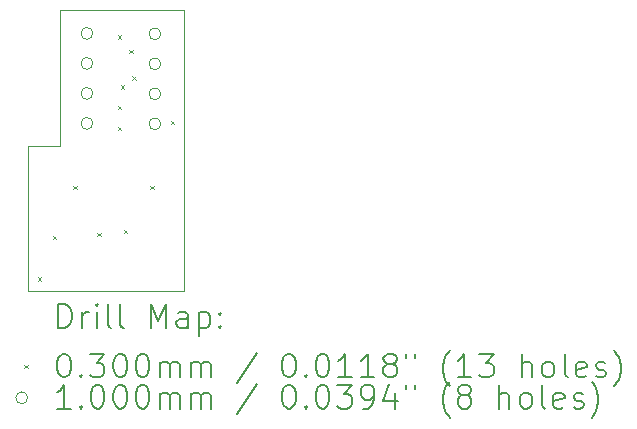
<source format=gbr>
%TF.GenerationSoftware,KiCad,Pcbnew,7.0.11*%
%TF.CreationDate,2025-12-11T10:01:51-05:00*%
%TF.ProjectId,clock_hbridge_fix,636c6f63-6b5f-4686-9272-696467655f66,rev?*%
%TF.SameCoordinates,Original*%
%TF.FileFunction,Drillmap*%
%TF.FilePolarity,Positive*%
%FSLAX45Y45*%
G04 Gerber Fmt 4.5, Leading zero omitted, Abs format (unit mm)*
G04 Created by KiCad (PCBNEW 7.0.11) date 2025-12-11 10:01:51*
%MOMM*%
%LPD*%
G01*
G04 APERTURE LIST*
%ADD10C,0.050000*%
%ADD11C,0.200000*%
%ADD12C,0.100000*%
G04 APERTURE END LIST*
D10*
X3025000Y-1650000D02*
X1975000Y-1650000D01*
X3025000Y-4025000D02*
X3025000Y-1650000D01*
X1700000Y-4025000D02*
X3025000Y-4025000D01*
X1700000Y-2800000D02*
X1700000Y-4025000D01*
X1975000Y-2800000D02*
X1700000Y-2800000D01*
X1975000Y-1650000D02*
X1975000Y-2800000D01*
D11*
D12*
X1785000Y-3910000D02*
X1815000Y-3940000D01*
X1815000Y-3910000D02*
X1785000Y-3940000D01*
X1910000Y-3560000D02*
X1940000Y-3590000D01*
X1940000Y-3560000D02*
X1910000Y-3590000D01*
X2085000Y-3135000D02*
X2115000Y-3165000D01*
X2115000Y-3135000D02*
X2085000Y-3165000D01*
X2285000Y-3535000D02*
X2315000Y-3565000D01*
X2315000Y-3535000D02*
X2285000Y-3565000D01*
X2460000Y-1860000D02*
X2490000Y-1890000D01*
X2490000Y-1860000D02*
X2460000Y-1890000D01*
X2460000Y-2460000D02*
X2490000Y-2490000D01*
X2490000Y-2460000D02*
X2460000Y-2490000D01*
X2460000Y-2635000D02*
X2490000Y-2665000D01*
X2490000Y-2635000D02*
X2460000Y-2665000D01*
X2485000Y-2285000D02*
X2515000Y-2315000D01*
X2515000Y-2285000D02*
X2485000Y-2315000D01*
X2510000Y-3510000D02*
X2540000Y-3540000D01*
X2540000Y-3510000D02*
X2510000Y-3540000D01*
X2560000Y-1985000D02*
X2590000Y-2015000D01*
X2590000Y-1985000D02*
X2560000Y-2015000D01*
X2585000Y-2210000D02*
X2615000Y-2240000D01*
X2615000Y-2210000D02*
X2585000Y-2240000D01*
X2735000Y-3135000D02*
X2765000Y-3165000D01*
X2765000Y-3135000D02*
X2735000Y-3165000D01*
X2910000Y-2585000D02*
X2940000Y-2615000D01*
X2940000Y-2585000D02*
X2910000Y-2615000D01*
X2250000Y-1846000D02*
G75*
G03*
X2150000Y-1846000I-50000J0D01*
G01*
X2150000Y-1846000D02*
G75*
G03*
X2250000Y-1846000I50000J0D01*
G01*
X2250000Y-2100000D02*
G75*
G03*
X2150000Y-2100000I-50000J0D01*
G01*
X2150000Y-2100000D02*
G75*
G03*
X2250000Y-2100000I50000J0D01*
G01*
X2250000Y-2354000D02*
G75*
G03*
X2150000Y-2354000I-50000J0D01*
G01*
X2150000Y-2354000D02*
G75*
G03*
X2250000Y-2354000I50000J0D01*
G01*
X2250000Y-2608000D02*
G75*
G03*
X2150000Y-2608000I-50000J0D01*
G01*
X2150000Y-2608000D02*
G75*
G03*
X2250000Y-2608000I50000J0D01*
G01*
X2825000Y-1850000D02*
G75*
G03*
X2725000Y-1850000I-50000J0D01*
G01*
X2725000Y-1850000D02*
G75*
G03*
X2825000Y-1850000I50000J0D01*
G01*
X2825000Y-2104000D02*
G75*
G03*
X2725000Y-2104000I-50000J0D01*
G01*
X2725000Y-2104000D02*
G75*
G03*
X2825000Y-2104000I50000J0D01*
G01*
X2825000Y-2358000D02*
G75*
G03*
X2725000Y-2358000I-50000J0D01*
G01*
X2725000Y-2358000D02*
G75*
G03*
X2825000Y-2358000I50000J0D01*
G01*
X2825000Y-2612000D02*
G75*
G03*
X2725000Y-2612000I-50000J0D01*
G01*
X2725000Y-2612000D02*
G75*
G03*
X2825000Y-2612000I50000J0D01*
G01*
D11*
X1958277Y-4338984D02*
X1958277Y-4138984D01*
X1958277Y-4138984D02*
X2005896Y-4138984D01*
X2005896Y-4138984D02*
X2034467Y-4148508D01*
X2034467Y-4148508D02*
X2053515Y-4167555D01*
X2053515Y-4167555D02*
X2063039Y-4186603D01*
X2063039Y-4186603D02*
X2072562Y-4224698D01*
X2072562Y-4224698D02*
X2072562Y-4253270D01*
X2072562Y-4253270D02*
X2063039Y-4291365D01*
X2063039Y-4291365D02*
X2053515Y-4310412D01*
X2053515Y-4310412D02*
X2034467Y-4329460D01*
X2034467Y-4329460D02*
X2005896Y-4338984D01*
X2005896Y-4338984D02*
X1958277Y-4338984D01*
X2158277Y-4338984D02*
X2158277Y-4205650D01*
X2158277Y-4243746D02*
X2167801Y-4224698D01*
X2167801Y-4224698D02*
X2177324Y-4215174D01*
X2177324Y-4215174D02*
X2196372Y-4205650D01*
X2196372Y-4205650D02*
X2215420Y-4205650D01*
X2282086Y-4338984D02*
X2282086Y-4205650D01*
X2282086Y-4138984D02*
X2272563Y-4148508D01*
X2272563Y-4148508D02*
X2282086Y-4158031D01*
X2282086Y-4158031D02*
X2291610Y-4148508D01*
X2291610Y-4148508D02*
X2282086Y-4138984D01*
X2282086Y-4138984D02*
X2282086Y-4158031D01*
X2405896Y-4338984D02*
X2386848Y-4329460D01*
X2386848Y-4329460D02*
X2377324Y-4310412D01*
X2377324Y-4310412D02*
X2377324Y-4138984D01*
X2510658Y-4338984D02*
X2491610Y-4329460D01*
X2491610Y-4329460D02*
X2482086Y-4310412D01*
X2482086Y-4310412D02*
X2482086Y-4138984D01*
X2739229Y-4338984D02*
X2739229Y-4138984D01*
X2739229Y-4138984D02*
X2805896Y-4281841D01*
X2805896Y-4281841D02*
X2872562Y-4138984D01*
X2872562Y-4138984D02*
X2872562Y-4338984D01*
X3053515Y-4338984D02*
X3053515Y-4234222D01*
X3053515Y-4234222D02*
X3043991Y-4215174D01*
X3043991Y-4215174D02*
X3024943Y-4205650D01*
X3024943Y-4205650D02*
X2986848Y-4205650D01*
X2986848Y-4205650D02*
X2967801Y-4215174D01*
X3053515Y-4329460D02*
X3034467Y-4338984D01*
X3034467Y-4338984D02*
X2986848Y-4338984D01*
X2986848Y-4338984D02*
X2967801Y-4329460D01*
X2967801Y-4329460D02*
X2958277Y-4310412D01*
X2958277Y-4310412D02*
X2958277Y-4291365D01*
X2958277Y-4291365D02*
X2967801Y-4272317D01*
X2967801Y-4272317D02*
X2986848Y-4262793D01*
X2986848Y-4262793D02*
X3034467Y-4262793D01*
X3034467Y-4262793D02*
X3053515Y-4253270D01*
X3148753Y-4205650D02*
X3148753Y-4405650D01*
X3148753Y-4215174D02*
X3167801Y-4205650D01*
X3167801Y-4205650D02*
X3205896Y-4205650D01*
X3205896Y-4205650D02*
X3224943Y-4215174D01*
X3224943Y-4215174D02*
X3234467Y-4224698D01*
X3234467Y-4224698D02*
X3243991Y-4243746D01*
X3243991Y-4243746D02*
X3243991Y-4300889D01*
X3243991Y-4300889D02*
X3234467Y-4319936D01*
X3234467Y-4319936D02*
X3224943Y-4329460D01*
X3224943Y-4329460D02*
X3205896Y-4338984D01*
X3205896Y-4338984D02*
X3167801Y-4338984D01*
X3167801Y-4338984D02*
X3148753Y-4329460D01*
X3329705Y-4319936D02*
X3339229Y-4329460D01*
X3339229Y-4329460D02*
X3329705Y-4338984D01*
X3329705Y-4338984D02*
X3320182Y-4329460D01*
X3320182Y-4329460D02*
X3329705Y-4319936D01*
X3329705Y-4319936D02*
X3329705Y-4338984D01*
X3329705Y-4215174D02*
X3339229Y-4224698D01*
X3339229Y-4224698D02*
X3329705Y-4234222D01*
X3329705Y-4234222D02*
X3320182Y-4224698D01*
X3320182Y-4224698D02*
X3329705Y-4215174D01*
X3329705Y-4215174D02*
X3329705Y-4234222D01*
D12*
X1667500Y-4652500D02*
X1697500Y-4682500D01*
X1697500Y-4652500D02*
X1667500Y-4682500D01*
D11*
X1996372Y-4558984D02*
X2015420Y-4558984D01*
X2015420Y-4558984D02*
X2034467Y-4568508D01*
X2034467Y-4568508D02*
X2043991Y-4578031D01*
X2043991Y-4578031D02*
X2053515Y-4597079D01*
X2053515Y-4597079D02*
X2063039Y-4635174D01*
X2063039Y-4635174D02*
X2063039Y-4682793D01*
X2063039Y-4682793D02*
X2053515Y-4720889D01*
X2053515Y-4720889D02*
X2043991Y-4739936D01*
X2043991Y-4739936D02*
X2034467Y-4749460D01*
X2034467Y-4749460D02*
X2015420Y-4758984D01*
X2015420Y-4758984D02*
X1996372Y-4758984D01*
X1996372Y-4758984D02*
X1977324Y-4749460D01*
X1977324Y-4749460D02*
X1967801Y-4739936D01*
X1967801Y-4739936D02*
X1958277Y-4720889D01*
X1958277Y-4720889D02*
X1948753Y-4682793D01*
X1948753Y-4682793D02*
X1948753Y-4635174D01*
X1948753Y-4635174D02*
X1958277Y-4597079D01*
X1958277Y-4597079D02*
X1967801Y-4578031D01*
X1967801Y-4578031D02*
X1977324Y-4568508D01*
X1977324Y-4568508D02*
X1996372Y-4558984D01*
X2148753Y-4739936D02*
X2158277Y-4749460D01*
X2158277Y-4749460D02*
X2148753Y-4758984D01*
X2148753Y-4758984D02*
X2139229Y-4749460D01*
X2139229Y-4749460D02*
X2148753Y-4739936D01*
X2148753Y-4739936D02*
X2148753Y-4758984D01*
X2224944Y-4558984D02*
X2348753Y-4558984D01*
X2348753Y-4558984D02*
X2282086Y-4635174D01*
X2282086Y-4635174D02*
X2310658Y-4635174D01*
X2310658Y-4635174D02*
X2329705Y-4644698D01*
X2329705Y-4644698D02*
X2339229Y-4654222D01*
X2339229Y-4654222D02*
X2348753Y-4673270D01*
X2348753Y-4673270D02*
X2348753Y-4720889D01*
X2348753Y-4720889D02*
X2339229Y-4739936D01*
X2339229Y-4739936D02*
X2329705Y-4749460D01*
X2329705Y-4749460D02*
X2310658Y-4758984D01*
X2310658Y-4758984D02*
X2253515Y-4758984D01*
X2253515Y-4758984D02*
X2234467Y-4749460D01*
X2234467Y-4749460D02*
X2224944Y-4739936D01*
X2472563Y-4558984D02*
X2491610Y-4558984D01*
X2491610Y-4558984D02*
X2510658Y-4568508D01*
X2510658Y-4568508D02*
X2520182Y-4578031D01*
X2520182Y-4578031D02*
X2529705Y-4597079D01*
X2529705Y-4597079D02*
X2539229Y-4635174D01*
X2539229Y-4635174D02*
X2539229Y-4682793D01*
X2539229Y-4682793D02*
X2529705Y-4720889D01*
X2529705Y-4720889D02*
X2520182Y-4739936D01*
X2520182Y-4739936D02*
X2510658Y-4749460D01*
X2510658Y-4749460D02*
X2491610Y-4758984D01*
X2491610Y-4758984D02*
X2472563Y-4758984D01*
X2472563Y-4758984D02*
X2453515Y-4749460D01*
X2453515Y-4749460D02*
X2443991Y-4739936D01*
X2443991Y-4739936D02*
X2434467Y-4720889D01*
X2434467Y-4720889D02*
X2424944Y-4682793D01*
X2424944Y-4682793D02*
X2424944Y-4635174D01*
X2424944Y-4635174D02*
X2434467Y-4597079D01*
X2434467Y-4597079D02*
X2443991Y-4578031D01*
X2443991Y-4578031D02*
X2453515Y-4568508D01*
X2453515Y-4568508D02*
X2472563Y-4558984D01*
X2663039Y-4558984D02*
X2682086Y-4558984D01*
X2682086Y-4558984D02*
X2701134Y-4568508D01*
X2701134Y-4568508D02*
X2710658Y-4578031D01*
X2710658Y-4578031D02*
X2720182Y-4597079D01*
X2720182Y-4597079D02*
X2729705Y-4635174D01*
X2729705Y-4635174D02*
X2729705Y-4682793D01*
X2729705Y-4682793D02*
X2720182Y-4720889D01*
X2720182Y-4720889D02*
X2710658Y-4739936D01*
X2710658Y-4739936D02*
X2701134Y-4749460D01*
X2701134Y-4749460D02*
X2682086Y-4758984D01*
X2682086Y-4758984D02*
X2663039Y-4758984D01*
X2663039Y-4758984D02*
X2643991Y-4749460D01*
X2643991Y-4749460D02*
X2634467Y-4739936D01*
X2634467Y-4739936D02*
X2624944Y-4720889D01*
X2624944Y-4720889D02*
X2615420Y-4682793D01*
X2615420Y-4682793D02*
X2615420Y-4635174D01*
X2615420Y-4635174D02*
X2624944Y-4597079D01*
X2624944Y-4597079D02*
X2634467Y-4578031D01*
X2634467Y-4578031D02*
X2643991Y-4568508D01*
X2643991Y-4568508D02*
X2663039Y-4558984D01*
X2815420Y-4758984D02*
X2815420Y-4625650D01*
X2815420Y-4644698D02*
X2824943Y-4635174D01*
X2824943Y-4635174D02*
X2843991Y-4625650D01*
X2843991Y-4625650D02*
X2872563Y-4625650D01*
X2872563Y-4625650D02*
X2891610Y-4635174D01*
X2891610Y-4635174D02*
X2901134Y-4654222D01*
X2901134Y-4654222D02*
X2901134Y-4758984D01*
X2901134Y-4654222D02*
X2910658Y-4635174D01*
X2910658Y-4635174D02*
X2929705Y-4625650D01*
X2929705Y-4625650D02*
X2958277Y-4625650D01*
X2958277Y-4625650D02*
X2977324Y-4635174D01*
X2977324Y-4635174D02*
X2986848Y-4654222D01*
X2986848Y-4654222D02*
X2986848Y-4758984D01*
X3082086Y-4758984D02*
X3082086Y-4625650D01*
X3082086Y-4644698D02*
X3091610Y-4635174D01*
X3091610Y-4635174D02*
X3110658Y-4625650D01*
X3110658Y-4625650D02*
X3139229Y-4625650D01*
X3139229Y-4625650D02*
X3158277Y-4635174D01*
X3158277Y-4635174D02*
X3167801Y-4654222D01*
X3167801Y-4654222D02*
X3167801Y-4758984D01*
X3167801Y-4654222D02*
X3177324Y-4635174D01*
X3177324Y-4635174D02*
X3196372Y-4625650D01*
X3196372Y-4625650D02*
X3224943Y-4625650D01*
X3224943Y-4625650D02*
X3243991Y-4635174D01*
X3243991Y-4635174D02*
X3253515Y-4654222D01*
X3253515Y-4654222D02*
X3253515Y-4758984D01*
X3643991Y-4549460D02*
X3472563Y-4806603D01*
X3901134Y-4558984D02*
X3920182Y-4558984D01*
X3920182Y-4558984D02*
X3939229Y-4568508D01*
X3939229Y-4568508D02*
X3948753Y-4578031D01*
X3948753Y-4578031D02*
X3958277Y-4597079D01*
X3958277Y-4597079D02*
X3967801Y-4635174D01*
X3967801Y-4635174D02*
X3967801Y-4682793D01*
X3967801Y-4682793D02*
X3958277Y-4720889D01*
X3958277Y-4720889D02*
X3948753Y-4739936D01*
X3948753Y-4739936D02*
X3939229Y-4749460D01*
X3939229Y-4749460D02*
X3920182Y-4758984D01*
X3920182Y-4758984D02*
X3901134Y-4758984D01*
X3901134Y-4758984D02*
X3882086Y-4749460D01*
X3882086Y-4749460D02*
X3872563Y-4739936D01*
X3872563Y-4739936D02*
X3863039Y-4720889D01*
X3863039Y-4720889D02*
X3853515Y-4682793D01*
X3853515Y-4682793D02*
X3853515Y-4635174D01*
X3853515Y-4635174D02*
X3863039Y-4597079D01*
X3863039Y-4597079D02*
X3872563Y-4578031D01*
X3872563Y-4578031D02*
X3882086Y-4568508D01*
X3882086Y-4568508D02*
X3901134Y-4558984D01*
X4053515Y-4739936D02*
X4063039Y-4749460D01*
X4063039Y-4749460D02*
X4053515Y-4758984D01*
X4053515Y-4758984D02*
X4043991Y-4749460D01*
X4043991Y-4749460D02*
X4053515Y-4739936D01*
X4053515Y-4739936D02*
X4053515Y-4758984D01*
X4186848Y-4558984D02*
X4205896Y-4558984D01*
X4205896Y-4558984D02*
X4224944Y-4568508D01*
X4224944Y-4568508D02*
X4234468Y-4578031D01*
X4234468Y-4578031D02*
X4243991Y-4597079D01*
X4243991Y-4597079D02*
X4253515Y-4635174D01*
X4253515Y-4635174D02*
X4253515Y-4682793D01*
X4253515Y-4682793D02*
X4243991Y-4720889D01*
X4243991Y-4720889D02*
X4234468Y-4739936D01*
X4234468Y-4739936D02*
X4224944Y-4749460D01*
X4224944Y-4749460D02*
X4205896Y-4758984D01*
X4205896Y-4758984D02*
X4186848Y-4758984D01*
X4186848Y-4758984D02*
X4167801Y-4749460D01*
X4167801Y-4749460D02*
X4158277Y-4739936D01*
X4158277Y-4739936D02*
X4148753Y-4720889D01*
X4148753Y-4720889D02*
X4139229Y-4682793D01*
X4139229Y-4682793D02*
X4139229Y-4635174D01*
X4139229Y-4635174D02*
X4148753Y-4597079D01*
X4148753Y-4597079D02*
X4158277Y-4578031D01*
X4158277Y-4578031D02*
X4167801Y-4568508D01*
X4167801Y-4568508D02*
X4186848Y-4558984D01*
X4443991Y-4758984D02*
X4329706Y-4758984D01*
X4386848Y-4758984D02*
X4386848Y-4558984D01*
X4386848Y-4558984D02*
X4367801Y-4587555D01*
X4367801Y-4587555D02*
X4348753Y-4606603D01*
X4348753Y-4606603D02*
X4329706Y-4616127D01*
X4634468Y-4758984D02*
X4520182Y-4758984D01*
X4577325Y-4758984D02*
X4577325Y-4558984D01*
X4577325Y-4558984D02*
X4558277Y-4587555D01*
X4558277Y-4587555D02*
X4539229Y-4606603D01*
X4539229Y-4606603D02*
X4520182Y-4616127D01*
X4748753Y-4644698D02*
X4729706Y-4635174D01*
X4729706Y-4635174D02*
X4720182Y-4625650D01*
X4720182Y-4625650D02*
X4710658Y-4606603D01*
X4710658Y-4606603D02*
X4710658Y-4597079D01*
X4710658Y-4597079D02*
X4720182Y-4578031D01*
X4720182Y-4578031D02*
X4729706Y-4568508D01*
X4729706Y-4568508D02*
X4748753Y-4558984D01*
X4748753Y-4558984D02*
X4786849Y-4558984D01*
X4786849Y-4558984D02*
X4805896Y-4568508D01*
X4805896Y-4568508D02*
X4815420Y-4578031D01*
X4815420Y-4578031D02*
X4824944Y-4597079D01*
X4824944Y-4597079D02*
X4824944Y-4606603D01*
X4824944Y-4606603D02*
X4815420Y-4625650D01*
X4815420Y-4625650D02*
X4805896Y-4635174D01*
X4805896Y-4635174D02*
X4786849Y-4644698D01*
X4786849Y-4644698D02*
X4748753Y-4644698D01*
X4748753Y-4644698D02*
X4729706Y-4654222D01*
X4729706Y-4654222D02*
X4720182Y-4663746D01*
X4720182Y-4663746D02*
X4710658Y-4682793D01*
X4710658Y-4682793D02*
X4710658Y-4720889D01*
X4710658Y-4720889D02*
X4720182Y-4739936D01*
X4720182Y-4739936D02*
X4729706Y-4749460D01*
X4729706Y-4749460D02*
X4748753Y-4758984D01*
X4748753Y-4758984D02*
X4786849Y-4758984D01*
X4786849Y-4758984D02*
X4805896Y-4749460D01*
X4805896Y-4749460D02*
X4815420Y-4739936D01*
X4815420Y-4739936D02*
X4824944Y-4720889D01*
X4824944Y-4720889D02*
X4824944Y-4682793D01*
X4824944Y-4682793D02*
X4815420Y-4663746D01*
X4815420Y-4663746D02*
X4805896Y-4654222D01*
X4805896Y-4654222D02*
X4786849Y-4644698D01*
X4901134Y-4558984D02*
X4901134Y-4597079D01*
X4977325Y-4558984D02*
X4977325Y-4597079D01*
X5272563Y-4835174D02*
X5263039Y-4825650D01*
X5263039Y-4825650D02*
X5243991Y-4797079D01*
X5243991Y-4797079D02*
X5234468Y-4778031D01*
X5234468Y-4778031D02*
X5224944Y-4749460D01*
X5224944Y-4749460D02*
X5215420Y-4701841D01*
X5215420Y-4701841D02*
X5215420Y-4663746D01*
X5215420Y-4663746D02*
X5224944Y-4616127D01*
X5224944Y-4616127D02*
X5234468Y-4587555D01*
X5234468Y-4587555D02*
X5243991Y-4568508D01*
X5243991Y-4568508D02*
X5263039Y-4539936D01*
X5263039Y-4539936D02*
X5272563Y-4530412D01*
X5453515Y-4758984D02*
X5339230Y-4758984D01*
X5396372Y-4758984D02*
X5396372Y-4558984D01*
X5396372Y-4558984D02*
X5377325Y-4587555D01*
X5377325Y-4587555D02*
X5358277Y-4606603D01*
X5358277Y-4606603D02*
X5339230Y-4616127D01*
X5520182Y-4558984D02*
X5643991Y-4558984D01*
X5643991Y-4558984D02*
X5577325Y-4635174D01*
X5577325Y-4635174D02*
X5605896Y-4635174D01*
X5605896Y-4635174D02*
X5624944Y-4644698D01*
X5624944Y-4644698D02*
X5634468Y-4654222D01*
X5634468Y-4654222D02*
X5643991Y-4673270D01*
X5643991Y-4673270D02*
X5643991Y-4720889D01*
X5643991Y-4720889D02*
X5634468Y-4739936D01*
X5634468Y-4739936D02*
X5624944Y-4749460D01*
X5624944Y-4749460D02*
X5605896Y-4758984D01*
X5605896Y-4758984D02*
X5548753Y-4758984D01*
X5548753Y-4758984D02*
X5529706Y-4749460D01*
X5529706Y-4749460D02*
X5520182Y-4739936D01*
X5882087Y-4758984D02*
X5882087Y-4558984D01*
X5967801Y-4758984D02*
X5967801Y-4654222D01*
X5967801Y-4654222D02*
X5958277Y-4635174D01*
X5958277Y-4635174D02*
X5939230Y-4625650D01*
X5939230Y-4625650D02*
X5910658Y-4625650D01*
X5910658Y-4625650D02*
X5891610Y-4635174D01*
X5891610Y-4635174D02*
X5882087Y-4644698D01*
X6091610Y-4758984D02*
X6072563Y-4749460D01*
X6072563Y-4749460D02*
X6063039Y-4739936D01*
X6063039Y-4739936D02*
X6053515Y-4720889D01*
X6053515Y-4720889D02*
X6053515Y-4663746D01*
X6053515Y-4663746D02*
X6063039Y-4644698D01*
X6063039Y-4644698D02*
X6072563Y-4635174D01*
X6072563Y-4635174D02*
X6091610Y-4625650D01*
X6091610Y-4625650D02*
X6120182Y-4625650D01*
X6120182Y-4625650D02*
X6139230Y-4635174D01*
X6139230Y-4635174D02*
X6148753Y-4644698D01*
X6148753Y-4644698D02*
X6158277Y-4663746D01*
X6158277Y-4663746D02*
X6158277Y-4720889D01*
X6158277Y-4720889D02*
X6148753Y-4739936D01*
X6148753Y-4739936D02*
X6139230Y-4749460D01*
X6139230Y-4749460D02*
X6120182Y-4758984D01*
X6120182Y-4758984D02*
X6091610Y-4758984D01*
X6272563Y-4758984D02*
X6253515Y-4749460D01*
X6253515Y-4749460D02*
X6243991Y-4730412D01*
X6243991Y-4730412D02*
X6243991Y-4558984D01*
X6424944Y-4749460D02*
X6405896Y-4758984D01*
X6405896Y-4758984D02*
X6367801Y-4758984D01*
X6367801Y-4758984D02*
X6348753Y-4749460D01*
X6348753Y-4749460D02*
X6339230Y-4730412D01*
X6339230Y-4730412D02*
X6339230Y-4654222D01*
X6339230Y-4654222D02*
X6348753Y-4635174D01*
X6348753Y-4635174D02*
X6367801Y-4625650D01*
X6367801Y-4625650D02*
X6405896Y-4625650D01*
X6405896Y-4625650D02*
X6424944Y-4635174D01*
X6424944Y-4635174D02*
X6434468Y-4654222D01*
X6434468Y-4654222D02*
X6434468Y-4673270D01*
X6434468Y-4673270D02*
X6339230Y-4692317D01*
X6510658Y-4749460D02*
X6529706Y-4758984D01*
X6529706Y-4758984D02*
X6567801Y-4758984D01*
X6567801Y-4758984D02*
X6586849Y-4749460D01*
X6586849Y-4749460D02*
X6596372Y-4730412D01*
X6596372Y-4730412D02*
X6596372Y-4720889D01*
X6596372Y-4720889D02*
X6586849Y-4701841D01*
X6586849Y-4701841D02*
X6567801Y-4692317D01*
X6567801Y-4692317D02*
X6539230Y-4692317D01*
X6539230Y-4692317D02*
X6520182Y-4682793D01*
X6520182Y-4682793D02*
X6510658Y-4663746D01*
X6510658Y-4663746D02*
X6510658Y-4654222D01*
X6510658Y-4654222D02*
X6520182Y-4635174D01*
X6520182Y-4635174D02*
X6539230Y-4625650D01*
X6539230Y-4625650D02*
X6567801Y-4625650D01*
X6567801Y-4625650D02*
X6586849Y-4635174D01*
X6663039Y-4835174D02*
X6672563Y-4825650D01*
X6672563Y-4825650D02*
X6691611Y-4797079D01*
X6691611Y-4797079D02*
X6701134Y-4778031D01*
X6701134Y-4778031D02*
X6710658Y-4749460D01*
X6710658Y-4749460D02*
X6720182Y-4701841D01*
X6720182Y-4701841D02*
X6720182Y-4663746D01*
X6720182Y-4663746D02*
X6710658Y-4616127D01*
X6710658Y-4616127D02*
X6701134Y-4587555D01*
X6701134Y-4587555D02*
X6691611Y-4568508D01*
X6691611Y-4568508D02*
X6672563Y-4539936D01*
X6672563Y-4539936D02*
X6663039Y-4530412D01*
D12*
X1697500Y-4931500D02*
G75*
G03*
X1597500Y-4931500I-50000J0D01*
G01*
X1597500Y-4931500D02*
G75*
G03*
X1697500Y-4931500I50000J0D01*
G01*
D11*
X2063039Y-5022984D02*
X1948753Y-5022984D01*
X2005896Y-5022984D02*
X2005896Y-4822984D01*
X2005896Y-4822984D02*
X1986848Y-4851555D01*
X1986848Y-4851555D02*
X1967801Y-4870603D01*
X1967801Y-4870603D02*
X1948753Y-4880127D01*
X2148753Y-5003936D02*
X2158277Y-5013460D01*
X2158277Y-5013460D02*
X2148753Y-5022984D01*
X2148753Y-5022984D02*
X2139229Y-5013460D01*
X2139229Y-5013460D02*
X2148753Y-5003936D01*
X2148753Y-5003936D02*
X2148753Y-5022984D01*
X2282086Y-4822984D02*
X2301134Y-4822984D01*
X2301134Y-4822984D02*
X2320182Y-4832508D01*
X2320182Y-4832508D02*
X2329705Y-4842031D01*
X2329705Y-4842031D02*
X2339229Y-4861079D01*
X2339229Y-4861079D02*
X2348753Y-4899174D01*
X2348753Y-4899174D02*
X2348753Y-4946793D01*
X2348753Y-4946793D02*
X2339229Y-4984889D01*
X2339229Y-4984889D02*
X2329705Y-5003936D01*
X2329705Y-5003936D02*
X2320182Y-5013460D01*
X2320182Y-5013460D02*
X2301134Y-5022984D01*
X2301134Y-5022984D02*
X2282086Y-5022984D01*
X2282086Y-5022984D02*
X2263039Y-5013460D01*
X2263039Y-5013460D02*
X2253515Y-5003936D01*
X2253515Y-5003936D02*
X2243991Y-4984889D01*
X2243991Y-4984889D02*
X2234467Y-4946793D01*
X2234467Y-4946793D02*
X2234467Y-4899174D01*
X2234467Y-4899174D02*
X2243991Y-4861079D01*
X2243991Y-4861079D02*
X2253515Y-4842031D01*
X2253515Y-4842031D02*
X2263039Y-4832508D01*
X2263039Y-4832508D02*
X2282086Y-4822984D01*
X2472563Y-4822984D02*
X2491610Y-4822984D01*
X2491610Y-4822984D02*
X2510658Y-4832508D01*
X2510658Y-4832508D02*
X2520182Y-4842031D01*
X2520182Y-4842031D02*
X2529705Y-4861079D01*
X2529705Y-4861079D02*
X2539229Y-4899174D01*
X2539229Y-4899174D02*
X2539229Y-4946793D01*
X2539229Y-4946793D02*
X2529705Y-4984889D01*
X2529705Y-4984889D02*
X2520182Y-5003936D01*
X2520182Y-5003936D02*
X2510658Y-5013460D01*
X2510658Y-5013460D02*
X2491610Y-5022984D01*
X2491610Y-5022984D02*
X2472563Y-5022984D01*
X2472563Y-5022984D02*
X2453515Y-5013460D01*
X2453515Y-5013460D02*
X2443991Y-5003936D01*
X2443991Y-5003936D02*
X2434467Y-4984889D01*
X2434467Y-4984889D02*
X2424944Y-4946793D01*
X2424944Y-4946793D02*
X2424944Y-4899174D01*
X2424944Y-4899174D02*
X2434467Y-4861079D01*
X2434467Y-4861079D02*
X2443991Y-4842031D01*
X2443991Y-4842031D02*
X2453515Y-4832508D01*
X2453515Y-4832508D02*
X2472563Y-4822984D01*
X2663039Y-4822984D02*
X2682086Y-4822984D01*
X2682086Y-4822984D02*
X2701134Y-4832508D01*
X2701134Y-4832508D02*
X2710658Y-4842031D01*
X2710658Y-4842031D02*
X2720182Y-4861079D01*
X2720182Y-4861079D02*
X2729705Y-4899174D01*
X2729705Y-4899174D02*
X2729705Y-4946793D01*
X2729705Y-4946793D02*
X2720182Y-4984889D01*
X2720182Y-4984889D02*
X2710658Y-5003936D01*
X2710658Y-5003936D02*
X2701134Y-5013460D01*
X2701134Y-5013460D02*
X2682086Y-5022984D01*
X2682086Y-5022984D02*
X2663039Y-5022984D01*
X2663039Y-5022984D02*
X2643991Y-5013460D01*
X2643991Y-5013460D02*
X2634467Y-5003936D01*
X2634467Y-5003936D02*
X2624944Y-4984889D01*
X2624944Y-4984889D02*
X2615420Y-4946793D01*
X2615420Y-4946793D02*
X2615420Y-4899174D01*
X2615420Y-4899174D02*
X2624944Y-4861079D01*
X2624944Y-4861079D02*
X2634467Y-4842031D01*
X2634467Y-4842031D02*
X2643991Y-4832508D01*
X2643991Y-4832508D02*
X2663039Y-4822984D01*
X2815420Y-5022984D02*
X2815420Y-4889650D01*
X2815420Y-4908698D02*
X2824943Y-4899174D01*
X2824943Y-4899174D02*
X2843991Y-4889650D01*
X2843991Y-4889650D02*
X2872563Y-4889650D01*
X2872563Y-4889650D02*
X2891610Y-4899174D01*
X2891610Y-4899174D02*
X2901134Y-4918222D01*
X2901134Y-4918222D02*
X2901134Y-5022984D01*
X2901134Y-4918222D02*
X2910658Y-4899174D01*
X2910658Y-4899174D02*
X2929705Y-4889650D01*
X2929705Y-4889650D02*
X2958277Y-4889650D01*
X2958277Y-4889650D02*
X2977324Y-4899174D01*
X2977324Y-4899174D02*
X2986848Y-4918222D01*
X2986848Y-4918222D02*
X2986848Y-5022984D01*
X3082086Y-5022984D02*
X3082086Y-4889650D01*
X3082086Y-4908698D02*
X3091610Y-4899174D01*
X3091610Y-4899174D02*
X3110658Y-4889650D01*
X3110658Y-4889650D02*
X3139229Y-4889650D01*
X3139229Y-4889650D02*
X3158277Y-4899174D01*
X3158277Y-4899174D02*
X3167801Y-4918222D01*
X3167801Y-4918222D02*
X3167801Y-5022984D01*
X3167801Y-4918222D02*
X3177324Y-4899174D01*
X3177324Y-4899174D02*
X3196372Y-4889650D01*
X3196372Y-4889650D02*
X3224943Y-4889650D01*
X3224943Y-4889650D02*
X3243991Y-4899174D01*
X3243991Y-4899174D02*
X3253515Y-4918222D01*
X3253515Y-4918222D02*
X3253515Y-5022984D01*
X3643991Y-4813460D02*
X3472563Y-5070603D01*
X3901134Y-4822984D02*
X3920182Y-4822984D01*
X3920182Y-4822984D02*
X3939229Y-4832508D01*
X3939229Y-4832508D02*
X3948753Y-4842031D01*
X3948753Y-4842031D02*
X3958277Y-4861079D01*
X3958277Y-4861079D02*
X3967801Y-4899174D01*
X3967801Y-4899174D02*
X3967801Y-4946793D01*
X3967801Y-4946793D02*
X3958277Y-4984889D01*
X3958277Y-4984889D02*
X3948753Y-5003936D01*
X3948753Y-5003936D02*
X3939229Y-5013460D01*
X3939229Y-5013460D02*
X3920182Y-5022984D01*
X3920182Y-5022984D02*
X3901134Y-5022984D01*
X3901134Y-5022984D02*
X3882086Y-5013460D01*
X3882086Y-5013460D02*
X3872563Y-5003936D01*
X3872563Y-5003936D02*
X3863039Y-4984889D01*
X3863039Y-4984889D02*
X3853515Y-4946793D01*
X3853515Y-4946793D02*
X3853515Y-4899174D01*
X3853515Y-4899174D02*
X3863039Y-4861079D01*
X3863039Y-4861079D02*
X3872563Y-4842031D01*
X3872563Y-4842031D02*
X3882086Y-4832508D01*
X3882086Y-4832508D02*
X3901134Y-4822984D01*
X4053515Y-5003936D02*
X4063039Y-5013460D01*
X4063039Y-5013460D02*
X4053515Y-5022984D01*
X4053515Y-5022984D02*
X4043991Y-5013460D01*
X4043991Y-5013460D02*
X4053515Y-5003936D01*
X4053515Y-5003936D02*
X4053515Y-5022984D01*
X4186848Y-4822984D02*
X4205896Y-4822984D01*
X4205896Y-4822984D02*
X4224944Y-4832508D01*
X4224944Y-4832508D02*
X4234468Y-4842031D01*
X4234468Y-4842031D02*
X4243991Y-4861079D01*
X4243991Y-4861079D02*
X4253515Y-4899174D01*
X4253515Y-4899174D02*
X4253515Y-4946793D01*
X4253515Y-4946793D02*
X4243991Y-4984889D01*
X4243991Y-4984889D02*
X4234468Y-5003936D01*
X4234468Y-5003936D02*
X4224944Y-5013460D01*
X4224944Y-5013460D02*
X4205896Y-5022984D01*
X4205896Y-5022984D02*
X4186848Y-5022984D01*
X4186848Y-5022984D02*
X4167801Y-5013460D01*
X4167801Y-5013460D02*
X4158277Y-5003936D01*
X4158277Y-5003936D02*
X4148753Y-4984889D01*
X4148753Y-4984889D02*
X4139229Y-4946793D01*
X4139229Y-4946793D02*
X4139229Y-4899174D01*
X4139229Y-4899174D02*
X4148753Y-4861079D01*
X4148753Y-4861079D02*
X4158277Y-4842031D01*
X4158277Y-4842031D02*
X4167801Y-4832508D01*
X4167801Y-4832508D02*
X4186848Y-4822984D01*
X4320182Y-4822984D02*
X4443991Y-4822984D01*
X4443991Y-4822984D02*
X4377325Y-4899174D01*
X4377325Y-4899174D02*
X4405896Y-4899174D01*
X4405896Y-4899174D02*
X4424944Y-4908698D01*
X4424944Y-4908698D02*
X4434468Y-4918222D01*
X4434468Y-4918222D02*
X4443991Y-4937270D01*
X4443991Y-4937270D02*
X4443991Y-4984889D01*
X4443991Y-4984889D02*
X4434468Y-5003936D01*
X4434468Y-5003936D02*
X4424944Y-5013460D01*
X4424944Y-5013460D02*
X4405896Y-5022984D01*
X4405896Y-5022984D02*
X4348753Y-5022984D01*
X4348753Y-5022984D02*
X4329706Y-5013460D01*
X4329706Y-5013460D02*
X4320182Y-5003936D01*
X4539229Y-5022984D02*
X4577325Y-5022984D01*
X4577325Y-5022984D02*
X4596372Y-5013460D01*
X4596372Y-5013460D02*
X4605896Y-5003936D01*
X4605896Y-5003936D02*
X4624944Y-4975365D01*
X4624944Y-4975365D02*
X4634468Y-4937270D01*
X4634468Y-4937270D02*
X4634468Y-4861079D01*
X4634468Y-4861079D02*
X4624944Y-4842031D01*
X4624944Y-4842031D02*
X4615420Y-4832508D01*
X4615420Y-4832508D02*
X4596372Y-4822984D01*
X4596372Y-4822984D02*
X4558277Y-4822984D01*
X4558277Y-4822984D02*
X4539229Y-4832508D01*
X4539229Y-4832508D02*
X4529706Y-4842031D01*
X4529706Y-4842031D02*
X4520182Y-4861079D01*
X4520182Y-4861079D02*
X4520182Y-4908698D01*
X4520182Y-4908698D02*
X4529706Y-4927746D01*
X4529706Y-4927746D02*
X4539229Y-4937270D01*
X4539229Y-4937270D02*
X4558277Y-4946793D01*
X4558277Y-4946793D02*
X4596372Y-4946793D01*
X4596372Y-4946793D02*
X4615420Y-4937270D01*
X4615420Y-4937270D02*
X4624944Y-4927746D01*
X4624944Y-4927746D02*
X4634468Y-4908698D01*
X4805896Y-4889650D02*
X4805896Y-5022984D01*
X4758277Y-4813460D02*
X4710658Y-4956317D01*
X4710658Y-4956317D02*
X4834468Y-4956317D01*
X4901134Y-4822984D02*
X4901134Y-4861079D01*
X4977325Y-4822984D02*
X4977325Y-4861079D01*
X5272563Y-5099174D02*
X5263039Y-5089650D01*
X5263039Y-5089650D02*
X5243991Y-5061079D01*
X5243991Y-5061079D02*
X5234468Y-5042031D01*
X5234468Y-5042031D02*
X5224944Y-5013460D01*
X5224944Y-5013460D02*
X5215420Y-4965841D01*
X5215420Y-4965841D02*
X5215420Y-4927746D01*
X5215420Y-4927746D02*
X5224944Y-4880127D01*
X5224944Y-4880127D02*
X5234468Y-4851555D01*
X5234468Y-4851555D02*
X5243991Y-4832508D01*
X5243991Y-4832508D02*
X5263039Y-4803936D01*
X5263039Y-4803936D02*
X5272563Y-4794412D01*
X5377325Y-4908698D02*
X5358277Y-4899174D01*
X5358277Y-4899174D02*
X5348753Y-4889650D01*
X5348753Y-4889650D02*
X5339230Y-4870603D01*
X5339230Y-4870603D02*
X5339230Y-4861079D01*
X5339230Y-4861079D02*
X5348753Y-4842031D01*
X5348753Y-4842031D02*
X5358277Y-4832508D01*
X5358277Y-4832508D02*
X5377325Y-4822984D01*
X5377325Y-4822984D02*
X5415420Y-4822984D01*
X5415420Y-4822984D02*
X5434468Y-4832508D01*
X5434468Y-4832508D02*
X5443991Y-4842031D01*
X5443991Y-4842031D02*
X5453515Y-4861079D01*
X5453515Y-4861079D02*
X5453515Y-4870603D01*
X5453515Y-4870603D02*
X5443991Y-4889650D01*
X5443991Y-4889650D02*
X5434468Y-4899174D01*
X5434468Y-4899174D02*
X5415420Y-4908698D01*
X5415420Y-4908698D02*
X5377325Y-4908698D01*
X5377325Y-4908698D02*
X5358277Y-4918222D01*
X5358277Y-4918222D02*
X5348753Y-4927746D01*
X5348753Y-4927746D02*
X5339230Y-4946793D01*
X5339230Y-4946793D02*
X5339230Y-4984889D01*
X5339230Y-4984889D02*
X5348753Y-5003936D01*
X5348753Y-5003936D02*
X5358277Y-5013460D01*
X5358277Y-5013460D02*
X5377325Y-5022984D01*
X5377325Y-5022984D02*
X5415420Y-5022984D01*
X5415420Y-5022984D02*
X5434468Y-5013460D01*
X5434468Y-5013460D02*
X5443991Y-5003936D01*
X5443991Y-5003936D02*
X5453515Y-4984889D01*
X5453515Y-4984889D02*
X5453515Y-4946793D01*
X5453515Y-4946793D02*
X5443991Y-4927746D01*
X5443991Y-4927746D02*
X5434468Y-4918222D01*
X5434468Y-4918222D02*
X5415420Y-4908698D01*
X5691610Y-5022984D02*
X5691610Y-4822984D01*
X5777325Y-5022984D02*
X5777325Y-4918222D01*
X5777325Y-4918222D02*
X5767801Y-4899174D01*
X5767801Y-4899174D02*
X5748753Y-4889650D01*
X5748753Y-4889650D02*
X5720182Y-4889650D01*
X5720182Y-4889650D02*
X5701134Y-4899174D01*
X5701134Y-4899174D02*
X5691610Y-4908698D01*
X5901134Y-5022984D02*
X5882087Y-5013460D01*
X5882087Y-5013460D02*
X5872563Y-5003936D01*
X5872563Y-5003936D02*
X5863039Y-4984889D01*
X5863039Y-4984889D02*
X5863039Y-4927746D01*
X5863039Y-4927746D02*
X5872563Y-4908698D01*
X5872563Y-4908698D02*
X5882087Y-4899174D01*
X5882087Y-4899174D02*
X5901134Y-4889650D01*
X5901134Y-4889650D02*
X5929706Y-4889650D01*
X5929706Y-4889650D02*
X5948753Y-4899174D01*
X5948753Y-4899174D02*
X5958277Y-4908698D01*
X5958277Y-4908698D02*
X5967801Y-4927746D01*
X5967801Y-4927746D02*
X5967801Y-4984889D01*
X5967801Y-4984889D02*
X5958277Y-5003936D01*
X5958277Y-5003936D02*
X5948753Y-5013460D01*
X5948753Y-5013460D02*
X5929706Y-5022984D01*
X5929706Y-5022984D02*
X5901134Y-5022984D01*
X6082087Y-5022984D02*
X6063039Y-5013460D01*
X6063039Y-5013460D02*
X6053515Y-4994412D01*
X6053515Y-4994412D02*
X6053515Y-4822984D01*
X6234468Y-5013460D02*
X6215420Y-5022984D01*
X6215420Y-5022984D02*
X6177325Y-5022984D01*
X6177325Y-5022984D02*
X6158277Y-5013460D01*
X6158277Y-5013460D02*
X6148753Y-4994412D01*
X6148753Y-4994412D02*
X6148753Y-4918222D01*
X6148753Y-4918222D02*
X6158277Y-4899174D01*
X6158277Y-4899174D02*
X6177325Y-4889650D01*
X6177325Y-4889650D02*
X6215420Y-4889650D01*
X6215420Y-4889650D02*
X6234468Y-4899174D01*
X6234468Y-4899174D02*
X6243991Y-4918222D01*
X6243991Y-4918222D02*
X6243991Y-4937270D01*
X6243991Y-4937270D02*
X6148753Y-4956317D01*
X6320182Y-5013460D02*
X6339230Y-5022984D01*
X6339230Y-5022984D02*
X6377325Y-5022984D01*
X6377325Y-5022984D02*
X6396372Y-5013460D01*
X6396372Y-5013460D02*
X6405896Y-4994412D01*
X6405896Y-4994412D02*
X6405896Y-4984889D01*
X6405896Y-4984889D02*
X6396372Y-4965841D01*
X6396372Y-4965841D02*
X6377325Y-4956317D01*
X6377325Y-4956317D02*
X6348753Y-4956317D01*
X6348753Y-4956317D02*
X6329706Y-4946793D01*
X6329706Y-4946793D02*
X6320182Y-4927746D01*
X6320182Y-4927746D02*
X6320182Y-4918222D01*
X6320182Y-4918222D02*
X6329706Y-4899174D01*
X6329706Y-4899174D02*
X6348753Y-4889650D01*
X6348753Y-4889650D02*
X6377325Y-4889650D01*
X6377325Y-4889650D02*
X6396372Y-4899174D01*
X6472563Y-5099174D02*
X6482087Y-5089650D01*
X6482087Y-5089650D02*
X6501134Y-5061079D01*
X6501134Y-5061079D02*
X6510658Y-5042031D01*
X6510658Y-5042031D02*
X6520182Y-5013460D01*
X6520182Y-5013460D02*
X6529706Y-4965841D01*
X6529706Y-4965841D02*
X6529706Y-4927746D01*
X6529706Y-4927746D02*
X6520182Y-4880127D01*
X6520182Y-4880127D02*
X6510658Y-4851555D01*
X6510658Y-4851555D02*
X6501134Y-4832508D01*
X6501134Y-4832508D02*
X6482087Y-4803936D01*
X6482087Y-4803936D02*
X6472563Y-4794412D01*
M02*

</source>
